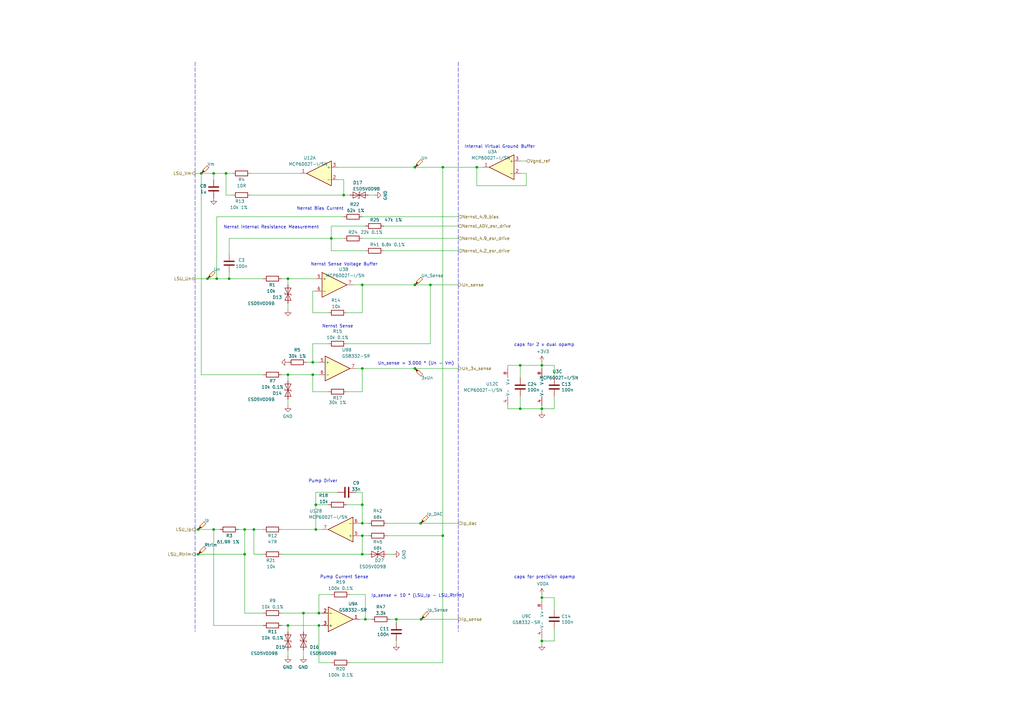
<source format=kicad_sch>
(kicad_sch (version 20211123) (generator eeschema)
  (paper "A3")
  (lib_symbols
    (symbol "Amplifier_Operational:MCP6002-xMS" (pin_names (offset 0.127))
      (property "Reference" "U" (at 0 5.08 0))
      (property "Value" "MCP6002-xMS" (at 0 -5.08 0))
      (symbol "MCP6002-xMS_1_1"
        (polyline (pts (xy -5.08 5.08) (xy 5.08 0) (xy -5.08 -5.08) (xy -5.08 5.08)) (stroke (width 0.254)) (fill (type background)))
        (pin output line (at 7.62 0 180) (length 2.54) (name "~") (number "1"))
        (pin input line (at -7.62 -2.54 0) (length 2.54) (name "-") (number "2"))
        (pin input line (at -7.62 2.54 0) (length 2.54) (name "+") (number "3"))
      )
      (symbol "MCP6002-xMS_2_1"
        (polyline (pts (xy -5.08 5.08) (xy 5.08 0) (xy -5.08 -5.08) (xy -5.08 5.08)) (stroke (width 0.254)) (fill (type background)))
        (pin input line (at -7.62 2.54 0) (length 2.54) (name "+") (number "5"))
        (pin input line (at -7.62 -2.54 0) (length 2.54) (name "-") (number "6"))
        (pin output line (at 7.62 0 180) (length 2.54) (name "~") (number "7"))
      )
      (symbol "MCP6002-xMS_3_1"
        (pin power_in line (at -2.54 -7.62 90) (length 3.81) (name "V-") (number "4"))
        (pin power_in line (at -2.54 7.62 270) (length 3.81) (name "V+") (number "8"))
      )
    )
    (symbol "Amplifier_Operational:TL072" (pin_names (offset 0.127))
      (property "Reference" "U" (at 0 5.08 0))
      (property "Value" "TL072" (at 0 -5.08 0))
      (symbol "TL072_1_1"
        (polyline (pts (xy -5.08 5.08) (xy 5.08 0) (xy -5.08 -5.08) (xy -5.08 5.08)) (stroke (width 0.254)) (fill (type background)))
        (pin output line (at 7.62 0 180) (length 2.54) (name "~") (number "1"))
        (pin input line (at -7.62 -2.54 0) (length 2.54) (name "-") (number "2"))
        (pin input line (at -7.62 2.54 0) (length 2.54) (name "+") (number "3"))
      )
      (symbol "TL072_2_1"
        (polyline (pts (xy -5.08 5.08) (xy 5.08 0) (xy -5.08 -5.08) (xy -5.08 5.08)) (stroke (width 0.254)) (fill (type background)))
        (pin input line (at -7.62 2.54 0) (length 2.54) (name "+") (number "5"))
        (pin input line (at -7.62 -2.54 0) (length 2.54) (name "-") (number "6"))
        (pin output line (at 7.62 0 180) (length 2.54) (name "~") (number "7"))
      )
      (symbol "TL072_3_1"
        (pin power_in line (at -2.54 -7.62 90) (length 3.81) (name "V-") (number "4"))
        (pin power_in line (at -2.54 7.62 270) (length 3.81) (name "V+") (number "8"))
      )
    )
    (symbol "Connector:TestPoint_Probe" (pin_numbers hide) (pin_names (offset 0.762) hide)
      (property "Reference" "TP" (at 1.651 5.842 0))
      (property "Value" "TestPoint_Probe" (at 1.651 4.064 0))
      (symbol "TestPoint_Probe_0_1"
        (polyline (pts (xy 1.27 0.762) (xy 0 0) (xy 0.762 1.27) (xy 1.27 0.762)) (fill (type outline)))
        (polyline (pts (xy 1.397 0.635) (xy 0.635 1.397) (xy 2.413 3.175) (xy 3.175 2.413) (xy 1.397 0.635)) (fill (type background)))
      )
      (symbol "TestPoint_Probe_1_1"
        (pin passive line (at 0 0 90) (length 0) (name "1") (number "1"))
      )
    )
    (symbol "Device:C" (pin_numbers hide) (pin_names (offset 0.254))
      (property "Reference" "C" (at 0.635 2.54 0))
      (property "Value" "C" (at 0.635 -2.54 0))
      (symbol "C_0_1"
        (polyline (pts (xy -2.032 -0.762) (xy 2.032 -0.762)) (stroke (width 0.508)))
        (polyline (pts (xy -2.032 0.762) (xy 2.032 0.762)) (stroke (width 0.508)))
      )
      (symbol "C_1_1"
        (pin passive line (at 0 3.81 270) (length 2.794) (name "~") (number "1"))
        (pin passive line (at 0 -3.81 90) (length 2.794) (name "~") (number "2"))
      )
    )
    (symbol "Device:R" (pin_numbers hide) (pin_names (offset 0))
      (property "Reference" "R" (at 2.032 0 90))
      (property "Value" "R" (at 0 0 90))
      (symbol "R_0_1"
        (rectangle (start -1.016 -2.54) (end 1.016 2.54) (stroke (width 0.254)))
      )
      (symbol "R_1_1"
        (pin passive line (at 0 3.81 270) (length 1.27) (name "~") (number "1"))
        (pin passive line (at 0 -3.81 90) (length 1.27) (name "~") (number "2"))
      )
    )
    (symbol "Diode:ESD9B5.0ST5G" (pin_numbers hide) (pin_names (offset 1.016) hide)
      (property "Reference" "D" (at 0 2.54 0))
      (property "Value" "ESD9B5.0ST5G" (at 0 -2.54 0))
      (symbol "ESD9B5.0ST5G_0_1"
        (polyline (pts (xy 1.27 0) (xy -1.27 0)))
        (polyline (pts (xy -2.54 -1.27) (xy 0 0) (xy -2.54 1.27) (xy -2.54 -1.27)) (stroke (width 0.2032)))
        (polyline (pts (xy 0.508 1.27) (xy 0 1.27) (xy 0 -1.27) (xy -0.508 -1.27)) (stroke (width 0.2032)))
        (polyline (pts (xy 2.54 1.27) (xy 2.54 -1.27) (xy 0 0) (xy 2.54 1.27)) (stroke (width 0.2032)))
      )
      (symbol "ESD9B5.0ST5G_1_1"
        (pin passive line (at -3.81 0 0) (length 2.54) (name "A1") (number "1"))
        (pin passive line (at 3.81 0 180) (length 2.54) (name "A2") (number "2"))
      )
    )
    (symbol "GND_1" (power) (pin_numbers hide) (pin_names (offset 0) hide)
      (property "Value" "GND_1" (at 0 -3.81 0))
      (symbol "GND_1_0_1"
        (polyline (pts (xy 0 0) (xy 0 -1.27) (xy 1.27 -1.27) (xy 0 -2.54) (xy -1.27 -1.27) (xy 0 -1.27)))
      )
      (symbol "GND_1_1_1"
        (pin power_in line (at 0 0 270) (length 0) hide (name "GND") (number "1"))
      )
    )
    (symbol "GND_2" (power) (pin_numbers hide) (pin_names (offset 0) hide)
      (property "Value" "GND_2" (at 0 -3.81 0))
      (symbol "GND_2_0_1"
        (polyline (pts (xy 0 0) (xy 0 -1.27) (xy 1.27 -1.27) (xy 0 -2.54) (xy -1.27 -1.27) (xy 0 -1.27)))
      )
      (symbol "GND_2_1_1"
        (pin power_in line (at 0 0 270) (length 0) hide (name "GND") (number "1"))
      )
    )
    (symbol "GND_4" (power) (pin_numbers hide) (pin_names (offset 0) hide)
      (property "Value" "GND_4" (at 0 -3.81 0))
      (symbol "GND_4_0_1"
        (polyline (pts (xy 0 0) (xy 0 -1.27) (xy 1.27 -1.27) (xy 0 -2.54) (xy -1.27 -1.27) (xy 0 -1.27)))
      )
      (symbol "GND_4_1_1"
        (pin power_in line (at 0 0 270) (length 0) hide (name "GND") (number "1"))
      )
    )
    (symbol "GND_5" (power) (pin_numbers hide) (pin_names (offset 0) hide)
      (property "Value" "GND_5" (at 0 -3.81 0))
      (symbol "GND_5_0_1"
        (polyline (pts (xy 0 0) (xy 0 -1.27) (xy 1.27 -1.27) (xy 0 -2.54) (xy -1.27 -1.27) (xy 0 -1.27)))
      )
      (symbol "GND_5_1_1"
        (pin power_in line (at 0 0 270) (length 0) hide (name "GND") (number "1"))
      )
    )
    (symbol "GND_6" (power) (pin_numbers hide) (pin_names (offset 0) hide)
      (property "Value" "GND_6" (at 0 -3.81 0))
      (symbol "GND_6_0_1"
        (polyline (pts (xy 0 0) (xy 0 -1.27) (xy 1.27 -1.27) (xy 0 -2.54) (xy -1.27 -1.27) (xy 0 -1.27)))
      )
      (symbol "GND_6_1_1"
        (pin power_in line (at 0 0 270) (length 0) hide (name "GND") (number "1"))
      )
    )
    (symbol "power:+3.3V" (power) (pin_numbers hide) (pin_names (offset 0) hide)
      (property "Value" "+3.3V" (at 0 3.556 0))
      (symbol "+3.3V_0_1"
        (polyline (pts (xy -0.762 1.27) (xy 0 2.54)))
        (polyline (pts (xy 0 0) (xy 0 2.54)))
        (polyline (pts (xy 0 2.54) (xy 0.762 1.27)))
      )
      (symbol "+3.3V_1_1"
        (pin power_in line (at 0 0 90) (length 0) hide (name "+3V3") (number "1"))
      )
    )
    (symbol "power:GND" (power) (pin_numbers hide) (pin_names (offset 0) hide)
      (property "Value" "GND" (at 0 -3.81 0))
      (symbol "GND_0_1"
        (polyline (pts (xy 0 0) (xy 0 -1.27) (xy 1.27 -1.27) (xy 0 -2.54) (xy -1.27 -1.27) (xy 0 -1.27)))
      )
      (symbol "GND_1_1"
        (pin power_in line (at 0 0 270) (length 0) hide (name "GND") (number "1"))
      )
    )
    (symbol "power:VDDA" (power) (pin_numbers hide) (pin_names (offset 0) hide)
      (property "Value" "VDDA" (at 0 3.81 0))
      (symbol "VDDA_0_1"
        (polyline (pts (xy -0.762 1.27) (xy 0 2.54)))
        (polyline (pts (xy 0 0) (xy 0 2.54)))
        (polyline (pts (xy 0 2.54) (xy 0.762 1.27)))
      )
      (symbol "VDDA_1_1"
        (pin power_in line (at 0 0 90) (length 0) hide (name "VDDA") (number "1"))
      )
    )
  )
  (junction (at 104.14 217.17))
  (junction (at 170.18 151.13))
  (junction (at 130.81 256.54))
  (junction (at 129.54 217.17))
  (junction (at 128.27 148.59))
  (junction (at 148.59 151.13))
  (junction (at 213.36 167.64))
  (junction (at 172.72 254))
  (junction (at 148.59 116.84))
  (junction (at 85.09 114.3))
  (junction (at 118.11 153.67))
  (junction (at 148.59 207.01))
  (junction (at 140.97 80.01))
  (junction (at 87.63 71.12))
  (junction (at 148.59 214.63))
  (junction (at 222.25 149.86))
  (junction (at 81.28 217.17))
  (junction (at 87.63 217.17))
  (junction (at 170.18 116.84))
  (junction (at 222.25 245.11))
  (junction (at 170.18 68.58))
  (junction (at 148.59 219.71))
  (junction (at 148.59 227.33))
  (junction (at 88.9 114.3))
  (junction (at 135.89 97.79))
  (junction (at 81.28 227.33))
  (junction (at 118.11 114.3))
  (junction (at 162.56 254))
  (junction (at 93.98 114.3))
  (junction (at 222.25 262.89))
  (junction (at 181.61 219.71))
  (junction (at 130.81 251.46))
  (junction (at 213.36 149.86))
  (junction (at 82.55 71.12))
  (junction (at 222.25 167.64))
  (junction (at 128.27 153.67))
  (junction (at 100.33 217.17))
  (junction (at 172.5164 214.63))
  (junction (at 149.86 254))
  (junction (at 124.46 251.46))
  (junction (at 195.58 68.58))
  (junction (at 129.54 207.01))
  (junction (at 181.61 68.58))
  (junction (at 92.71 71.12))
  (junction (at 118.11 256.54))
  (junction (at 176.53 116.84))
  (junction (at 100.33 227.33))
  (no_connect (at -57.15 238.76))
  (wire (pts (xy 88.9 114.3) (xy 93.98 114.3)))
  (wire (pts (xy 104.14 227.33) (xy 107.95 227.33)))
  (wire (pts (xy 128.27 119.38) (xy 129.54 119.38)))
  (wire (pts (xy 87.63 71.12) (xy 92.71 71.12)))
  (wire (pts (xy 128.27 140.97) (xy 128.27 148.59)))
  (wire (pts (xy 87.63 256.54) (xy 107.95 256.54)))
  (wire (pts (xy 87.63 217.17) (xy 87.63 256.54)))
  (wire (pts (xy 128.27 160.655) (xy 134.62 160.655)))
  (wire (pts (xy 124.46 251.46) (xy 124.46 259.08)))
  (wire (pts (xy 172.5164 214.63) (xy 158.75 214.63)))
  (wire (pts (xy 176.53 116.84) (xy 187.96 116.84)))
  (wire (pts (xy 118.11 153.67) (xy 118.11 156.21)))
  (wire (pts (xy 124.46 266.7) (xy 124.46 269.24)))
  (wire (pts (xy 170.18 151.13) (xy 148.59 151.13)))
  (wire (pts (xy 157.48 92.71) (xy 187.96 92.71)))
  (wire (pts (xy 187.96 97.79) (xy 148.59 97.79)))
  (wire (pts (xy 148.59 160.655) (xy 148.59 151.13)))
  (wire (pts (xy 148.59 151.13) (xy 146.05 151.13)))
  (wire (pts (xy 102.87 80.01) (xy 140.97 80.01)))
  (wire (pts (xy 115.57 217.17) (xy 129.54 217.17)))
  (wire (pts (xy 81.28 217.17) (xy 87.63 217.17)))
  (wire (pts (xy 130.81 251.46) (xy 132.08 251.46)))
  (wire (pts (xy 128.27 153.67) (xy 128.27 160.655)))
  (wire (pts (xy 118.11 114.3) (xy 118.11 116.84)))
  (wire (pts (xy 140.97 80.01) (xy 143.51 80.01)))
  (wire (pts (xy 148.59 214.63) (xy 151.13 214.63)))
  (wire (pts (xy 149.86 243.84) (xy 149.86 254)))
  (wire (pts (xy 222.25 262.89) (xy 222.25 261.62)))
  (wire (pts (xy 162.56 262.89) (xy 162.56 264.16)))
  (wire (pts (xy 92.71 80.01) (xy 92.71 71.12)))
  (wire (pts (xy 102.87 71.12) (xy 123.19 71.12)))
  (wire (pts (xy 143.51 271.78) (xy 181.61 271.78)))
  (wire (pts (xy 227.33 149.86) (xy 227.33 154.94)))
  (wire (pts (xy 227.33 245.11) (xy 227.33 250.19)))
  (wire (pts (xy 118.11 114.3) (xy 129.54 114.3)))
  (wire (pts (xy 135.89 92.71) (xy 149.86 92.71)))
  (wire (pts (xy 118.11 266.7) (xy 118.11 269.24)))
  (wire (pts (xy 176.53 140.97) (xy 176.53 116.84)))
  (wire (pts (xy 148.59 207.01) (xy 148.59 214.63)))
  (wire (pts (xy 88.9 88.9) (xy 88.9 114.3)))
  (wire (pts (xy 80.01 114.3) (xy 85.09 114.3)))
  (wire (pts (xy 130.81 243.84) (xy 130.81 251.46)))
  (wire (pts (xy 128.27 148.59) (xy 130.81 148.59)))
  (wire (pts (xy 118.11 153.67) (xy 115.57 153.67)))
  (wire (pts (xy 222.25 148.59) (xy 222.25 149.86)))
  (wire (pts (xy 215.9 71.12) (xy 215.9 76.2)))
  (wire (pts (xy 93.98 114.3) (xy 93.98 111.76)))
  (wire (pts (xy 222.25 149.86) (xy 227.33 149.86)))
  (wire (pts (xy 118.11 256.54) (xy 130.81 256.54)))
  (wire (pts (xy 170.18 68.58) (xy 181.61 68.58)))
  (wire (pts (xy 208.28 151.13) (xy 208.28 149.86)))
  (wire (pts (xy 227.33 167.64) (xy 227.33 162.56)))
  (wire (pts (xy 92.71 80.01) (xy 95.25 80.01)))
  (wire (pts (xy 130.81 153.67) (xy 128.27 153.67)))
  (wire (pts (xy 130.81 256.54) (xy 132.08 256.54)))
  (wire (pts (xy 172.72 254) (xy 162.56 254)))
  (wire (pts (xy 222.25 264.16) (xy 222.25 262.89)))
  (wire (pts (xy 157.48 102.87) (xy 187.96 102.87)))
  (wire (pts (xy 93.98 97.79) (xy 135.89 97.79)))
  (wire (pts (xy 135.89 243.84) (xy 130.81 243.84)))
  (wire (pts (xy 222.25 243.84) (xy 222.25 245.11)))
  (wire (pts (xy 148.59 227.33) (xy 148.59 219.71)))
  (wire (pts (xy 142.24 160.655) (xy 148.59 160.655)))
  (wire (pts (xy 213.36 66.04) (xy 215.9 66.04)))
  (wire (pts (xy 93.98 104.14) (xy 93.98 97.79)))
  (wire (pts (xy 135.89 102.87) (xy 135.89 97.79)))
  (wire (pts (xy 149.86 254) (xy 147.32 254)))
  (wire (pts (xy 149.86 102.87) (xy 135.89 102.87)))
  (wire (pts (xy 222.25 149.86) (xy 222.25 151.13)))
  (wire (pts (xy 104.14 217.17) (xy 107.95 217.17)))
  (wire (pts (xy 115.57 114.3) (xy 118.11 114.3)))
  (wire (pts (xy 222.25 168.91) (xy 222.25 167.64)))
  (wire (pts (xy 222.25 167.64) (xy 222.25 166.37)))
  (wire (pts (xy 118.11 163.83) (xy 118.11 166.37)))
  (wire (pts (xy 208.28 166.37) (xy 208.28 167.64)))
  (wire (pts (xy 88.9 114.3) (xy 85.09 114.3)))
  (wire (pts (xy 148.59 116.84) (xy 148.59 128.27)))
  (wire (pts (xy 213.36 71.12) (xy 215.9 71.12)))
  (wire (pts (xy 82.55 71.12) (xy 87.63 71.12)))
  (wire (pts (xy 115.57 256.54) (xy 118.11 256.54)))
  (wire (pts (xy 115.57 251.46) (xy 124.46 251.46)))
  (wire (pts (xy 82.55 71.12) (xy 82.55 153.67)))
  (wire (pts (xy 128.27 153.67) (xy 118.11 153.67)))
  (wire (pts (xy 100.33 217.17) (xy 100.33 227.33)))
  (wire (pts (xy 142.24 207.01) (xy 148.59 207.01)))
  (wire (pts (xy 148.59 219.71) (xy 147.32 219.71)))
  (wire (pts (xy 80.01 227.33) (xy 81.28 227.33)))
  (wire (pts (xy 148.59 201.93) (xy 148.59 207.01)))
  (wire (pts (xy 208.28 149.86) (xy 213.36 149.86)))
  (wire (pts (xy 128.27 128.27) (xy 128.27 119.38)))
  (wire (pts (xy 115.57 227.33) (xy 148.59 227.33)))
  (wire (pts (xy 118.11 124.46) (xy 118.11 127)))
  (wire (pts (xy 148.59 227.33) (xy 151.13 227.33)))
  (wire (pts (xy 148.59 128.27) (xy 142.24 128.27)))
  (wire (pts (xy 118.11 256.54) (xy 118.11 259.08)))
  (wire (pts (xy 149.86 254) (xy 152.4 254)))
  (wire (pts (xy 129.54 207.01) (xy 134.62 207.01)))
  (wire (pts (xy 213.36 154.94) (xy 213.36 149.86)))
  (wire (pts (xy 181.61 219.71) (xy 181.61 68.58)))
  (wire (pts (xy 129.54 207.01) (xy 129.54 217.17)))
  (wire (pts (xy 148.59 116.84) (xy 170.18 116.84)))
  (wire (pts (xy 198.12 68.58) (xy 195.58 68.58)))
  (wire (pts (xy 138.43 201.93) (xy 129.54 201.93)))
  (wire (pts (xy 170.18 116.84) (xy 176.53 116.84)))
  (wire (pts (xy 134.62 140.97) (xy 128.27 140.97)))
  (wire (pts (xy 138.43 68.58) (xy 170.18 68.58)))
  (wire (pts (xy 195.58 76.2) (xy 195.58 68.58)))
  (wire (pts (xy 134.62 128.27) (xy 128.27 128.27)))
  (wire (pts (xy 213.36 149.86) (xy 222.25 149.86)))
  (wire (pts (xy 148.59 219.71) (xy 151.13 219.71)))
  (wire (pts (xy 93.98 114.3) (xy 107.95 114.3)))
  (wire (pts (xy 92.71 71.12) (xy 95.25 71.12)))
  (wire (pts (xy 135.89 97.79) (xy 135.89 92.71)))
  (wire (pts (xy 128.27 148.59) (xy 125.73 148.59)))
  (polyline (pts (xy 80.01 25.4) (xy 80.01 259.08)))
  (wire (pts (xy 176.53 140.97) (xy 142.24 140.97)))
  (wire (pts (xy 148.59 88.9) (xy 187.96 88.9)))
  (wire (pts (xy 222.25 167.64) (xy 213.36 167.64)))
  (wire (pts (xy 158.75 227.33) (xy 161.29 227.33)))
  (wire (pts (xy 88.9 88.9) (xy 140.97 88.9)))
  (wire (pts (xy 208.28 167.64) (xy 213.36 167.64)))
  (wire (pts (xy 227.33 262.89) (xy 227.33 257.81)))
  (wire (pts (xy 82.55 153.67) (xy 107.95 153.67)))
  (wire (pts (xy 162.56 254) (xy 162.56 255.27)))
  (wire (pts (xy 222.25 262.89) (xy 227.33 262.89)))
  (wire (pts (xy 146.05 201.93) (xy 148.59 201.93)))
  (wire (pts (xy 147.32 214.63) (xy 148.59 214.63)))
  (wire (pts (xy 222.25 245.11) (xy 222.25 246.38)))
  (wire (pts (xy 129.54 217.17) (xy 132.08 217.17)))
  (wire (pts (xy 97.79 217.17) (xy 100.33 217.17)))
  (wire (pts (xy 158.75 219.71) (xy 181.61 219.71)))
  (wire (pts (xy 213.36 167.64) (xy 213.36 162.56)))
  (polyline (pts (xy 187.96 25.4) (xy 187.96 259.08)))
  (wire (pts (xy 124.46 251.46) (xy 130.81 251.46)))
  (wire (pts (xy 187.96 214.63) (xy 172.5164 214.63)))
  (wire (pts (xy 135.89 271.78) (xy 130.81 271.78)))
  (wire (pts (xy 81.28 227.33) (xy 100.33 227.33)))
  (wire (pts (xy 100.33 251.46) (xy 107.95 251.46)))
  (wire (pts (xy 148.59 116.84) (xy 144.78 116.84)))
  (wire (pts (xy 140.97 73.66) (xy 140.97 80.01)))
  (wire (pts (xy 181.61 68.58) (xy 195.58 68.58)))
  (wire (pts (xy 215.9 76.2) (xy 195.58 76.2)))
  (wire (pts (xy 151.13 80.01) (xy 153.67 80.01)))
  (wire (pts (xy 104.14 217.17) (xy 104.14 227.33)))
  (wire (pts (xy 222.25 245.11) (xy 227.33 245.11)))
  (wire (pts (xy 143.51 243.84) (xy 149.86 243.84)))
  (wire (pts (xy 130.81 256.54) (xy 130.81 271.78)))
  (wire (pts (xy 87.63 71.12) (xy 87.63 73.66)))
  (wire (pts (xy 181.61 271.78) (xy 181.61 219.71)))
  (wire (pts (xy 81.28 217.17) (xy 80.01 217.17)))
  (wire (pts (xy 170.18 151.13) (xy 187.96 151.13)))
  (wire (pts (xy 90.17 217.17) (xy 87.63 217.17)))
  (wire (pts (xy 100.33 217.17) (xy 104.14 217.17)))
  (wire (pts (xy 222.25 167.64) (xy 227.33 167.64)))
  (wire (pts (xy 135.89 97.79) (xy 140.97 97.79)))
  (wire (pts (xy 129.54 201.93) (xy 129.54 207.01)))
  (wire (pts (xy 187.96 254) (xy 172.72 254)))
  (wire (pts (xy 80.01 71.12) (xy 82.55 71.12)))
  (wire (pts (xy 138.43 73.66) (xy 140.97 73.66)))
  (wire (pts (xy 160.02 254) (xy 162.56 254)))
  (wire (pts (xy 100.33 227.33) (xy 100.33 251.46)))
  (text "Nernst Sense Voltage Buffer" (at 154.94 109.22 180) (effects (font (size 1.27 1.27)) (justify right bottom)))
  (text "Ip_sense = 10 * (LSU_Ip - LSU_Rtrim)" (at 190.5 245.11 180) (effects (font (size 1.27 1.27)) (justify right bottom)))
  (text "caps for 2 x dual opamp" (at 210.82 142.24 0) (effects (font (size 1.27 1.27)) (justify left bottom)))
  (text "Nernst Sense" (at 132.08 134.62 0) (effects (font (size 1.27 1.27)) (justify left bottom)))
  (text "Nernst Bias Current" (at 140.97 86.36 180) (effects (font (size 1.27 1.27)) (justify right bottom)))
  (text "Pump Current Sense" (at 151.13 237.49 180) (effects (font (size 1.27 1.27)) (justify right bottom)))
  (text "Internal Virtual Ground Buffer" (at 190.5 60.96 0) (effects (font (size 1.27 1.27)) (justify left bottom)))
  (text "Un_sense = 3.000 * (Un - Vm)" (at 154.94 149.86 0) (effects (font (size 1.27 1.27)) (justify left bottom)))
  (text "Pump Driver" (at 138.43 198.12 180) (effects (font (size 1.27 1.27)) (justify right bottom)))
  (text "Nernst Internal Resistance Measurement" (at 130.81 93.98 180) (effects (font (size 1.27 1.27)) (justify right bottom)))
  (text "caps for precision opamp" (at 210.82 237.49 0) (effects (font (size 1.27 1.27)) (justify left bottom)))
  (hierarchical_label "LSU_Ip" (shape output) (at 80.01 217.17 180))
  (hierarchical_label "Un_sense" (shape output) (at 187.96 116.84 0))
  (hierarchical_label "Ip_sense" (shape output) (at 187.96 254 0))
  (hierarchical_label "Un_3x_sense" (shape output) (at 187.96 151.13 0))
  (hierarchical_label "Nernst_4.2_esr_drive" (shape input) (at 187.96 102.87 0))
  (hierarchical_label "Vgnd_ref" (shape input) (at 215.9 66.04 0))
  (hierarchical_label "Nernst_4.9_bias" (shape input) (at 187.96 88.9 0))
  (hierarchical_label "Ip_dac" (shape input) (at 187.96 214.63 0))
  (hierarchical_label "Nernst_4.9_esr_drive" (shape input) (at 187.96 97.79 0))
  (hierarchical_label "LSU_Un" (shape bidirectional) (at 80.01 114.3 180))
  (hierarchical_label "LSU_Vm" (shape output) (at 80.01 71.12 180))
  (hierarchical_label "LSU_Rtrim" (shape output) (at 80.01 227.33 180))
  (hierarchical_label "Nernst_ADV_esr_drive" (shape input) (at 187.96 92.71 0))
  (symbol (lib_id "Device:R") (at 138.43 128.27 90) (mirror x) (unit 1)
    (property "Reference" "R14" (at 139.7 123.19 90) (effects (justify left)))
    (property "Value" "10k" (at 139.7 125.73 90) (effects (justify left)))
    (property "Footprint" "Resistor_SMD:R_0402_1005Metric" (effects hide))
    (property "LCSC" "C25744" (effects hide))
  )
  (symbol (lib_name "GND_6") (lib_id "power:GND") (at 222.25 264.16 0) (unit 1)
    (property "Reference" "#PWR0104" (effects hide))
    (property "Value" "GND" (effects hide))
  )
  (symbol (lib_id "Diode:ESD9B5.0ST5G") (at 147.32 80.01 0) (unit 1)
    (property "Reference" "D17" (at 144.78 74.93 0) (effects (justify left)))
    (property "Value" "ESD5V0D9B" (at 144.78 77.47 0) (effects (justify left)))
    (property "Footprint" "Diode_SMD:D_SOD-923" (effects hide))
    (property "LCSC" "C484329" (effects hide))
  )
  (symbol (lib_id "Device:R") (at 153.67 92.71 90) (mirror x) (unit 1)
    (property "Reference" "R25" (at 153.67 90.17 90))
    (property "Value" "47k 1%" (at 161.29 90.17 90))
    (property "Footprint" "Resistor_SMD:R_0603_1608Metric" (effects hide))
    (property "LCSC" "C25819" (effects hide))
  )
  (symbol (lib_name "GND_1") (lib_id "power:GND") (at 153.67 80.01 90) (mirror x) (unit 1)
    (property "Reference" "#PWR0195" (effects hide))
    (property "Value" "~" (at 158.0642 80.137 0))
  )
  (symbol (lib_id "Connector:TestPoint_Probe") (at 170.18 151.13 0) (mirror x) (unit 1) (in_bom no)
    (property "Reference" "TP5" (effects hide))
    (property "Value" "3xUn" (at 172.72 154.94 0) (effects (justify left)))
    (property "Footprint" "TestPoint:TestPoint_Pad_D1.0mm" (effects hide))
  )
  (symbol (lib_id "Device:R") (at 138.43 207.01 90) (mirror x) (unit 1)
    (property "Reference" "R18" (at 134.62 203.2 90) (effects (justify left)))
    (property "Value" "10k" (at 134.62 205.74 90) (effects (justify left)))
    (property "Footprint" "Resistor_SMD:R_0402_1005Metric" (effects hide))
    (property "LCSC" "C25744" (effects hide))
  )
  (symbol (lib_name "GND_1") (lib_id "power:GND") (at 124.46 269.24 0) (mirror y) (unit 1)
    (property "Reference" "#PWR0198" (effects hide))
    (property "Value" "~" (at 124.333 273.6342 0))
  )
  (symbol (lib_id "Device:R") (at 111.76 251.46 270) (unit 1)
    (property "Reference" "R9" (at 111.76 246.38 90))
    (property "Value" "10k 0.1%" (at 111.76 248.92 90))
    (property "Footprint" "Resistor_SMD:R_0603_1608Metric" (effects hide))
    (property "LCSC" "C309083" (effects hide))
  )
  (symbol (lib_id "Device:R") (at 138.43 160.655 90) (mirror x) (unit 1)
    (property "Reference" "R17" (at 138.43 163.195 90))
    (property "Value" "30k 1%" (at 138.43 165.1 90))
    (property "Footprint" "Resistor_SMD:R_0603_1608Metric" (effects hide))
    (property "LCSC" "C22984" (effects hide))
  )
  (symbol (lib_id "Device:R") (at 99.06 71.12 90) (mirror x) (unit 1)
    (property "Reference" "R4" (at 99.06 73.66 90))
    (property "Value" "10R" (at 99.06 76.2 90))
    (property "Footprint" "Resistor_SMD:R_1206_3216Metric" (effects hide))
    (property "LCSC" "C17903" (effects hide))
  )
  (symbol (lib_id "Amplifier_Operational:MCP6002-xMS") (at 205.74 68.58 0) (mirror y) (unit 1)
    (property "Reference" "U3" (at 201.93 62.23 0))
    (property "Value" "MCP6002T-I/SN" (at 201.295 64.77 0))
    (property "Footprint" "Package_SO:SOIC-8_3.9x4.9mm_P1.27mm" (effects hide))
    (property "Datasheet" "http://ww1.microchip.com/downloads/en/DeviceDoc/21733j.pdf" (effects hide))
    (property "LCSC" "C7377" (effects hide))
  )
  (symbol (lib_name "GND_1") (lib_id "power:GND") (at 118.11 127 0) (mirror y) (unit 1)
    (property "Reference" "#PWR0196" (effects hide))
    (property "Value" "GND" (effects hide))
  )
  (symbol (lib_id "Device:R") (at 121.92 148.59 90) (mirror x) (unit 1)
    (property "Reference" "R5" (at 121.92 143.51 90))
    (property "Value" "30k 1%" (at 121.92 146.05 90))
    (property "Footprint" "Resistor_SMD:R_0603_1608Metric" (effects hide))
    (property "LCSC" "C22984" (effects hide))
  )
  (symbol (lib_id "Device:R") (at 154.94 214.63 270) (mirror x) (unit 1)
    (property "Reference" "R42" (at 154.94 209.55 90))
    (property "Value" "68k" (at 154.94 212.09 90))
    (property "Footprint" "Resistor_SMD:R_0402_1005Metric" (effects hide))
    (property "LCSC" "C36871" (effects hide))
  )
  (symbol (lib_id "Diode:ESD9B5.0ST5G") (at 124.46 262.89 270) (unit 1)
    (property "Reference" "D16" (at 127 265.43 90) (effects (justify left)))
    (property "Value" "ESD5V0D9B" (at 127 267.97 90) (effects (justify left)))
    (property "Footprint" "Diode_SMD:D_SOD-923" (effects hide))
    (property "LCSC" "C484329" (effects hide))
  )
  (symbol (lib_id "Diode:ESD9B5.0ST5G") (at 118.11 160.02 270) (unit 1)
    (property "Reference" "D14" (at 111.76 161.29 90) (effects (justify left)))
    (property "Value" "ESD5V0D9B" (at 101.6 163.83 90) (effects (justify left)))
    (property "Footprint" "Diode_SMD:D_SOD-923" (effects hide))
    (property "LCSC" "C484329" (effects hide))
  )
  (symbol (lib_id "Device:R") (at 138.43 140.97 90) (mirror x) (unit 1)
    (property "Reference" "R15" (at 138.43 135.89 90))
    (property "Value" "10k 0.1%" (at 138.43 138.43 90))
    (property "Footprint" "Resistor_SMD:R_0603_1608Metric" (effects hide))
    (property "LCSC" "C309083" (effects hide))
  )
  (symbol (lib_name "GND_5") (lib_id "power:GND") (at 162.56 264.16 0) (mirror y) (unit 1)
    (property "Reference" "#PWR0125" (effects hide))
    (property "Value" "GND" (effects hide))
  )
  (symbol (lib_id "Diode:ESD9B5.0ST5G") (at 118.11 262.89 270) (unit 1)
    (property "Reference" "D15" (at 113.03 265.43 90) (effects (justify left)))
    (property "Value" "ESD5V0D9B" (at 102.87 267.97 90) (effects (justify left)))
    (property "Footprint" "Diode_SMD:D_SOD-923" (effects hide))
    (property "LCSC" "C484329" (effects hide))
  )
  (symbol (lib_id "Device:R") (at 153.67 102.87 90) (mirror x) (unit 1)
    (property "Reference" "R41" (at 153.67 100.33 90))
    (property "Value" "6.8k 0.1%" (at 161.29 100.33 90))
    (property "Footprint" "Resistor_SMD:R_0603_1608Metric" (effects hide))
    (property "LCSC" "C705876" (effects hide))
  )
  (symbol (lib_id "power:GND") (at 222.25 168.91 0) (unit 1)
    (property "Reference" "#PWR0121" (effects hide))
    (property "Value" "GND" (effects hide))
  )
  (symbol (lib_name "GND_1") (lib_id "power:GND") (at 161.29 227.33 90) (mirror x) (unit 1)
    (property "Reference" "#PWR0208" (effects hide))
    (property "Value" "~" (at 165.6842 227.457 0))
  )
  (symbol (lib_id "Device:C") (at 213.36 158.75 0) (unit 1)
    (property "Reference" "C24" (at 216.281 157.5816 0) (effects (justify left)))
    (property "Value" "100n" (at 216.281 159.893 0) (effects (justify left)))
    (property "Footprint" "Capacitor_SMD:C_0402_1005Metric" (effects hide))
    (property "LCSC" "C1525" (effects hide))
  )
  (symbol (lib_id "Connector:TestPoint_Probe") (at 170.18 116.84 0) (unit 1) (in_bom no)
    (property "Reference" "TP3" (effects hide))
    (property "Value" "Un_Sense" (at 172.72 113.03 0) (effects (justify left)))
    (property "Footprint" "TestPoint:TestPoint_Pad_D1.0mm" (effects hide))
  )
  (symbol (lib_id "Amplifier_Operational:MCP6002-xMS") (at 130.81 71.12 0) (mirror y) (unit 1)
    (property "Reference" "U12" (at 127 64.77 0))
    (property "Value" "MCP6002T-I/SN" (at 126.365 67.31 0))
    (property "Footprint" "Package_SO:SOIC-8_3.9x4.9mm_P1.27mm" (effects hide))
    (property "Datasheet" "http://ww1.microchip.com/downloads/en/DeviceDoc/21733j.pdf" (effects hide))
    (property "LCSC" "C7377" (effects hide))
  )
  (symbol (lib_id "Device:C") (at 227.33 254 0) (unit 1)
    (property "Reference" "C14" (at 230.251 252.8316 0) (effects (justify left)))
    (property "Value" "100n" (at 230.251 255.143 0) (effects (justify left)))
    (property "Footprint" "Capacitor_SMD:C_0402_1005Metric" (effects hide))
    (property "LCSC" "C1525" (effects hide))
  )
  (symbol (lib_id "Connector:TestPoint_Probe") (at 81.28 217.17 0) (unit 1) (in_bom no)
    (property "Reference" "TP10" (effects hide))
    (property "Value" "Ip" (at 83.82 213.36 0) (effects (justify left)))
    (property "Footprint" "TestPoint:TestPoint_Pad_D1.0mm" (effects hide))
  )
  (symbol (lib_id "Device:R") (at 139.7 243.84 270) (unit 1)
    (property "Reference" "R19" (at 139.7 238.76 90))
    (property "Value" "100k 0.1%" (at 139.7 241.3 90))
    (property "Footprint" "Resistor_SMD:R_0603_1608Metric" (effects hide))
    (property "LCSC" "C122538" (effects hide))
  )
  (symbol (lib_name "GND_2") (lib_id "power:GND") (at 87.63 81.28 0) (mirror y) (unit 1)
    (property "Reference" "#PWR0126" (effects hide))
    (property "Value" "GND" (effects hide))
  )
  (symbol (lib_id "Device:R") (at 111.76 153.67 270) (mirror x) (unit 1)
    (property "Reference" "R7" (at 111.76 156.21 90))
    (property "Value" "10k 0.1%" (at 111.76 158.75 90))
    (property "Footprint" "Resistor_SMD:R_0603_1608Metric" (effects hide))
    (property "LCSC" "C309083" (effects hide))
  )
  (symbol (lib_id "Device:R") (at 144.78 88.9 270) (mirror x) (unit 1)
    (property "Reference" "R22" (at 143.51 83.82 90) (effects (justify left)))
    (property "Value" "62k 1%" (at 142.24 86.36 90) (effects (justify left)))
    (property "Footprint" "Resistor_SMD:R_0603_1608Metric" (effects hide))
    (property "LCSC" "C23221" (effects hide))
  )
  (symbol (lib_id "Diode:ESD9B5.0ST5G") (at 154.94 227.33 0) (unit 1)
    (property "Reference" "D27" (at 153.67 229.87 0) (effects (justify left)))
    (property "Value" "ESD5V0D9B" (at 147.32 232.41 0) (effects (justify left)))
    (property "Footprint" "Diode_SMD:D_SOD-923" (effects hide))
    (property "LCSC" "C484329" (effects hide))
  )
  (symbol (lib_id "Amplifier_Operational:MCP6002-xMS") (at 205.74 158.75 0) (mirror y) (unit 3)
    (property "Reference" "U12" (at 201.93 157.48 0))
    (property "Value" "MCP6002T-I/SN" (at 198.12 160.02 0))
    (property "Footprint" "Package_SO:SOIC-8_3.9x4.9mm_P1.27mm" (effects hide))
    (property "Datasheet" "http://ww1.microchip.com/downloads/en/DeviceDoc/21733j.pdf" (effects hide))
    (property "LCSC" "C7377" (effects hide))
  )
  (symbol (lib_id "Amplifier_Operational:MCP6002-xMS") (at 224.79 158.75 0) (unit 3)
    (property "Reference" "U3" (at 228.6 152.4 0))
    (property "Value" "MCP6002T-I/SN" (at 229.235 154.94 0))
    (property "Footprint" "Package_SO:SOIC-8_3.9x4.9mm_P1.27mm" (effects hide))
    (property "Datasheet" "http://ww1.microchip.com/downloads/en/DeviceDoc/21733j.pdf" (effects hide))
    (property "LCSC" "C7377" (effects hide))
  )
  (symbol (lib_id "Connector:TestPoint_Probe") (at 170.18 68.58 0) (unit 1) (in_bom no)
    (property "Reference" "TP14" (effects hide))
    (property "Value" "Un" (at 172.72 64.77 0) (effects (justify left)))
    (property "Footprint" "TestPoint:TestPoint_Pad_D1.0mm" (effects hide))
  )
  (symbol (lib_id "Connector:TestPoint_Probe") (at 172.72 254 0) (unit 1) (in_bom no)
    (property "Reference" "TP16" (effects hide))
    (property "Value" "Ip_Sense" (at 175.26 250.19 0) (effects (justify left)))
    (property "Footprint" "TestPoint:TestPoint_Pad_D1.0mm" (effects hide))
  )
  (symbol (lib_id "Device:R") (at 93.98 217.17 270) (unit 1)
    (property "Reference" "R3" (at 92.71 219.71 90) (effects (justify left)))
    (property "Value" "61.9R 1%" (at 88.9 222.25 90) (effects (justify left)))
    (property "Footprint" "Resistor_SMD:R_0805_2012Metric" (effects hide))
    (property "LCSC" "C322537" (effects hide))
  )
  (symbol (lib_name "GND_1") (lib_id "power:GND") (at 118.11 269.24 0) (mirror y) (unit 1)
    (property "Reference" "#PWR0197" (effects hide))
    (property "Value" "~" (at 117.983 273.6342 0))
  )
  (symbol (lib_id "Connector:TestPoint_Probe") (at 85.09 114.3 0) (unit 1) (in_bom no)
    (property "Reference" "TP13" (effects hide))
    (property "Value" "Un" (at 87.63 110.49 0) (effects (justify left)))
    (property "Footprint" "TestPoint:TestPoint_Pad_D1.0mm" (effects hide))
  )
  (symbol (lib_id "Connector:TestPoint_Probe") (at 81.28 227.33 0) (unit 1) (in_bom no)
    (property "Reference" "TP11" (effects hide))
    (property "Value" "Rtrim" (at 83.82 223.52 0) (effects (justify left)))
    (property "Footprint" "TestPoint:TestPoint_Pad_D1.0mm" (effects hide))
  )
  (symbol (lib_id "Amplifier_Operational:MCP6002-xMS") (at 139.7 217.17 180) (unit 2)
    (property "Reference" "U12" (at 129.54 209.55 0))
    (property "Value" "MCP6002T-I/SN" (at 134.62 212.09 0))
    (property "Footprint" "Package_SO:SOIC-8_3.9x4.9mm_P1.27mm" (effects hide))
    (property "Datasheet" "http://ww1.microchip.com/downloads/en/DeviceDoc/21733j.pdf" (effects hide))
    (property "LCSC" "C7377" (effects hide))
  )
  (symbol (lib_id "Device:R") (at 144.78 97.79 90) (mirror x) (unit 1)
    (property "Reference" "R24" (at 144.78 95.25 90))
    (property "Value" "22k 0.1%" (at 152.4 95.25 90))
    (property "Footprint" "Resistor_SMD:R_0603_1608Metric" (effects hide))
    (property "LCSC" "C133163" (effects hide))
  )
  (symbol (lib_id "Connector:TestPoint_Probe") (at 82.55 71.12 0) (unit 1) (in_bom no)
    (property "Reference" "TP12" (effects hide))
    (property "Value" "Vm" (at 85.09 67.31 0) (effects (justify left)))
    (property "Footprint" "TestPoint:TestPoint_Pad_D1.0mm" (effects hide))
  )
  (symbol (lib_name "GND_1") (lib_id "power:GND") (at 118.11 166.37 0) (mirror y) (unit 1)
    (property "Reference" "#PWR0194" (effects hide))
    (property "Value" "~" (at 117.983 170.7642 0))
  )
  (symbol (lib_id "power:+3.3V") (at 222.25 148.59 0) (unit 1)
    (property "Reference" "#PWR0105" (effects hide))
    (property "Value" "+3.3V" (at 222.631 144.1958 0))
  )
  (symbol (lib_id "Device:C") (at 87.63 77.47 0) (mirror y) (unit 1)
    (property "Reference" "C8" (at 84.709 76.3016 0) (effects (justify left)))
    (property "Value" "1u" (at 84.709 78.613 0) (effects (justify left)))
    (property "Footprint" "Capacitor_SMD:C_0402_1005Metric" (effects hide))
    (property "LCSC" "C52923" (effects hide))
  )
  (symbol (lib_id "Amplifier_Operational:MCP6002-xMS") (at 137.16 116.84 0) (unit 2)
    (property "Reference" "U3" (at 140.97 110.49 0))
    (property "Value" "MCP6002T-I/SN" (at 141.605 113.03 0))
    (property "Footprint" "Package_SO:SOIC-8_3.9x4.9mm_P1.27mm" (effects hide))
    (property "Datasheet" "http://ww1.microchip.com/downloads/en/DeviceDoc/21733j.pdf" (effects hide))
    (property "LCSC" "C7377" (effects hide))
  )
  (symbol (lib_id "Device:C") (at 93.98 107.95 0) (mirror x) (unit 1)
    (property "Reference" "C3" (at 99.06 106.68 0))
    (property "Value" "100n" (at 99.06 109.22 0))
    (property "Footprint" "Capacitor_SMD:C_0402_1005Metric" (effects hide))
    (property "LCSC" "C1525" (effects hide))
  )
  (symbol (lib_id "Device:R") (at 154.94 219.71 90) (mirror x) (unit 1)
    (property "Reference" "R45" (at 154.94 222.25 90))
    (property "Value" "68k" (at 154.94 224.79 90))
    (property "Footprint" "Resistor_SMD:R_0402_1005Metric" (effects hide))
    (property "LCSC" "C36871" (effects hide))
  )
  (symbol (lib_id "Device:R") (at 111.76 114.3 90) (mirror x) (unit 1)
    (property "Reference" "R1" (at 113.03 116.84 90) (effects (justify left)))
    (property "Value" "10k" (at 113.03 119.38 90) (effects (justify left)))
    (property "Footprint" "Resistor_SMD:R_0402_1005Metric" (effects hide))
    (property "LCSC" "C25744" (effects hide))
  )
  (symbol (lib_id "Device:R") (at 99.06 80.01 90) (mirror x) (unit 1)
    (property "Reference" "R13" (at 100.33 82.55 90) (effects (justify left)))
    (property "Value" "10k 1%" (at 101.6 85.09 90) (effects (justify left)))
    (property "Footprint" "Resistor_SMD:R_0402_1005Metric" (effects hide))
    (property "LCSC" "C25744" (effects hide))
  )
  (symbol (lib_id "power:VDDA") (at 222.25 243.84 0) (unit 1)
    (property "Reference" "#PWR0122" (effects hide))
    (property "Value" "VDDA" (at 222.631 239.4458 0))
  )
  (symbol (lib_id "Device:C") (at 162.56 259.08 0) (mirror y) (unit 1)
    (property "Reference" "C11" (at 159.639 257.9116 0) (effects (justify left)))
    (property "Value" "100n" (at 159.639 260.223 0) (effects (justify left)))
    (property "Footprint" "Capacitor_SMD:C_0402_1005Metric" (effects hide))
    (property "LCSC" "C1525" (effects hide))
  )
  (symbol (lib_id "Device:R") (at 139.7 271.78 90) (unit 1)
    (property "Reference" "R20" (at 139.7 274.32 90))
    (property "Value" "100k 0.1%" (at 139.7 276.86 90))
    (property "Footprint" "Resistor_SMD:R_0603_1608Metric" (effects hide))
    (property "LCSC" "C122538" (effects hide))
  )
  (symbol (lib_id "Device:C") (at 227.33 158.75 0) (unit 1)
    (property "Reference" "C13" (at 230.251 157.5816 0) (effects (justify left)))
    (property "Value" "100n" (at 230.251 159.893 0) (effects (justify left)))
    (property "Footprint" "Capacitor_SMD:C_0402_1005Metric" (effects hide))
    (property "LCSC" "C1525" (effects hide))
  )
  (symbol (lib_id "Connector:TestPoint_Probe") (at 172.5164 214.63 0) (unit 1) (in_bom no)
    (property "Reference" "TP15" (effects hide))
    (property "Value" "Ip_DAC" (at 175.0564 210.82 0) (effects (justify left)))
    (property "Footprint" "TestPoint:TestPoint_Pad_D1.0mm" (effects hide))
  )
  (symbol (lib_id "Device:R") (at 111.76 256.54 270) (unit 1)
    (property "Reference" "R11" (at 111.76 259.08 90))
    (property "Value" "10k 0.1%" (at 111.76 261.62 90))
    (property "Footprint" "Resistor_SMD:R_0603_1608Metric" (effects hide))
    (property "LCSC" "C309083" (effects hide))
  )
  (symbol (lib_id "Device:R") (at 111.76 217.17 90) (mirror x) (unit 1)
    (property "Reference" "R12" (at 111.76 219.71 90))
    (property "Value" "47R" (at 111.76 222.25 90))
    (property "Footprint" "Resistor_SMD:R_0603_1608Metric" (effects hide))
    (property "LCSC" "C328363" (effects hide))
  )
  (symbol (lib_id "Amplifier_Operational:TL072") (at 139.7 254 0) (mirror x) (unit 1)
    (property "Reference" "U9" (at 144.78 247.65 0))
    (property "Value" "GS8332-SR" (at 144.78 250.19 0))
    (property "Footprint" "Package_SO:SOIC-8_3.9x4.9mm_P1.27mm" (effects hide))
    (property "Datasheet" "http://www.ti.com/lit/ds/symlink/tl071.pdf" (effects hide))
    (property "LCSC" "C157713" (effects hide))
  )
  (symbol (lib_id "Amplifier_Operational:TL072") (at 224.79 254 0) (unit 3)
    (property "Reference" "U9" (at 215.9 252.73 0))
    (property "Value" "GS8332-SR" (at 215.9 255.27 0))
    (property "Footprint" "Package_SO:SOIC-8_3.9x4.9mm_P1.27mm" (effects hide))
    (property "Datasheet" "http://www.ti.com/lit/ds/symlink/tl071.pdf" (effects hide))
    (property "LCSC" "C157713" (effects hide))
  )
  (symbol (lib_id "Device:C") (at 142.24 201.93 90) (mirror x) (unit 1)
    (property "Reference" "C9" (at 146.05 198.12 90))
    (property "Value" "33n" (at 146.05 200.66 90))
    (property "Footprint" "Capacitor_SMD:C_0402_1005Metric" (effects hide))
    (property "LCSC" "C1585" (effects hide))
  )
  (symbol (lib_id "Device:R") (at 111.76 227.33 90) (mirror x) (unit 1)
    (property "Reference" "R21" (at 113.03 229.87 90) (effects (justify left)))
    (property "Value" "10k" (at 113.03 232.41 90) (effects (justify left)))
    (property "Footprint" "Resistor_SMD:R_0402_1005Metric" (effects hide))
    (property "LCSC" "C25744" (effects hide))
  )
  (symbol (lib_id "Amplifier_Operational:TL072") (at 138.43 151.13 0) (unit 2)
    (property "Reference" "U9" (at 142.24 143.51 0))
    (property "Value" "GS8332-SR" (at 146.05 146.05 0))
    (property "Footprint" "Package_SO:SOIC-8_3.9x4.9mm_P1.27mm" (effects hide))
    (property "Datasheet" "http://www.ti.com/lit/ds/symlink/tl071.pdf" (effects hide))
    (property "LCSC" "C157713" (effects hide))
  )
  (symbol (lib_id "Diode:ESD9B5.0ST5G") (at 118.11 120.65 270) (unit 1)
    (property "Reference" "D13" (at 111.76 121.92 90) (effects (justify left)))
    (property "Value" "ESD5V0D9B" (at 101.6 124.46 90) (effects (justify left)))
    (property "Footprint" "Diode_SMD:D_SOD-923" (effects hide))
    (property "LCSC" "C484329" (effects hide))
  )
  (symbol (lib_id "Device:R") (at 156.21 254 270) (mirror x) (unit 1)
    (property "Reference" "R47" (at 156.21 248.92 90))
    (property "Value" "3.3k" (at 156.21 251.46 90))
    (property "Footprint" "Resistor_SMD:R_0402_1005Metric" (effects hide))
    (property "LCSC" "C25890" (effects hide))
  )
  (symbol (lib_name "GND_4") (lib_id "power:GND") (at 118.11 148.59 270) (mirror x) (unit 1)
    (property "Reference" "#PWR0127" (effects hide))
    (property "Value" "GND" (effects hide))
  )
)
</source>
